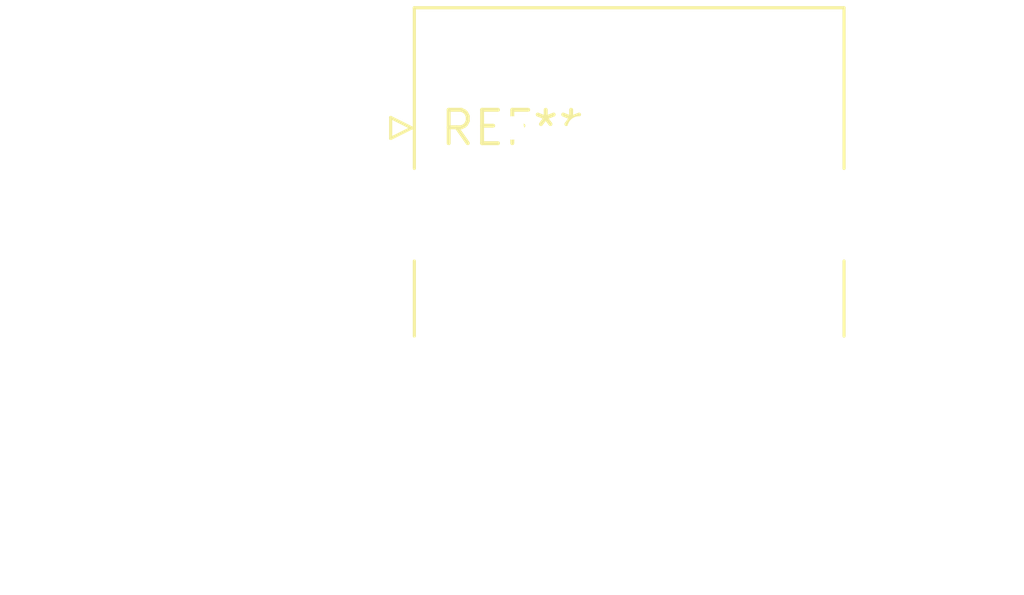
<source format=kicad_pcb>
(kicad_pcb (version 20240108) (generator pcbnew)
  (layers (0 "F.Cu" signal) (31 "B.Cu" signal) (34 "B.Paste" user) (35 "F.Paste" user) (36 "B.SilkS" user "B.Silkscreen") (37 "F.SilkS" user "F.Silkscreen") (38 "B.Mask" user) (39 "F.Mask" user) (44 "Edge.Cuts" user))
  (net 0 "")
  (footprint "RJ45_HALO_HFJ11-x2450ERL_Horizontal" (layer "F.Cu") (at 0 0)
    (property "Reference" "REF**")
    (property "Value" "RJ45_HALO_HFJ11-x2450ERL_Horizontal")
    (fp_line (start -4.625 -0.4) (end -4.625 0.4) (layer "F.SilkS") (stroke (width 0.12)))
    (fp_line (start -4.625 0.4) (end -3.825 0) (layer "F.SilkS") (stroke (width 0.12)))
    (fp_line (start -3.825 0) (end -4.625 -0.4) (layer "F.SilkS") (stroke (width 0.12)))
    (fp_line (start -3.725 -4.57) (end -3.725 1.54) (layer "F.SilkS") (stroke (width 0.12)))
    (fp_line (start -3.725 7.915) (end -3.725 5.06) (layer "F.SilkS") (stroke (width 0.12)))
    (fp_line (start 12.615 -4.57) (end -3.725 -4.57) (layer "F.SilkS") (stroke (width 0.12)))
    (fp_line (start 12.615 -4.57) (end 12.615 1.54) (layer "F.SilkS") (stroke (width 0.12)))
    (fp_line (start 12.615 7.915) (end 12.615 5.06) (layer "F.SilkS") (stroke (width 0.12)))
    (pad "" np_thru_hole circle (at -1.27 6.35) (size 3.25 3.25) (drill 3.25) (layers *.Cu *.Mask))
    (pad "" np_thru_hole circle (at 10.16 6.35) (size 3.25 3.25) (drill 3.25) (layers *.Cu *.Mask))
    (pad "1" thru_hole rect (at 0 0) (size 1.8 1.8) (drill 0.89) (layers *.Cu *.Mask) (remove_unused_layers))
    (pad "2" thru_hole circle (at 1.27 -2.54) (size 1.8 1.8) (drill 0.89) (layers *.Cu *.Mask) (remove_unused_layers))
    (pad "3" thru_hole circle (at 2.54 0) (size 1.8 1.8) (drill 0.89) (layers *.Cu *.Mask) (remove_unused_layers))
    (pad "4" thru_hole circle (at 3.81 -2.54) (size 1.8 1.8) (drill 0.89) (layers *.Cu *.Mask) (remove_unused_layers))
    (pad "5" thru_hole circle (at 5.08 0) (size 1.8 1.8) (drill 0.89) (layers *.Cu *.Mask) (remove_unused_layers))
    (pad "6" thru_hole circle (at 6.35 -2.54) (size 1.8 1.8) (drill 0.89) (layers *.Cu *.Mask) (remove_unused_layers))
    (pad "8" thru_hole circle (at 8.89 -2.54) (size 1.8 1.8) (drill 0.89) (layers *.Cu *.Mask) (remove_unused_layers))
    (pad "SH" thru_hole circle (at -3.3 3.3) (size 3 3) (drill 1.6) (layers *.Cu *.Mask) (remove_unused_layers))
    (pad "SH" thru_hole circle (at 12.19 3.3) (size 3 3) (drill 1.6) (layers *.Cu *.Mask) (remove_unused_layers))
  )
)
</source>
